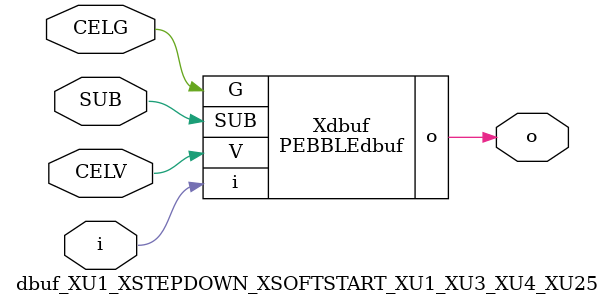
<source format=v>



module PEBBLEdbuf ( o, G, SUB, V, i );

  input V;
  input i;
  input G;
  output o;
  input SUB;
endmodule

//Celera Confidential Do Not Copy dbuf_XU1_XSTEPDOWN_XSOFTSTART_XU1_XU3_XU4_XU25
//Celera Confidential Symbol Generator
//Digital Buffer
module dbuf_XU1_XSTEPDOWN_XSOFTSTART_XU1_XU3_XU4_XU25 (CELV,CELG,i,o,SUB);
input CELV;
input CELG;
input i;
input SUB;
output o;

//Celera Confidential Do Not Copy dbuf
PEBBLEdbuf Xdbuf(
.V (CELV),
.i (i),
.o (o),
.SUB (SUB),
.G (CELG)
);
//,diesize,PEBBLEdbuf

//Celera Confidential Do Not Copy Module End
//Celera Schematic Generator
endmodule

</source>
